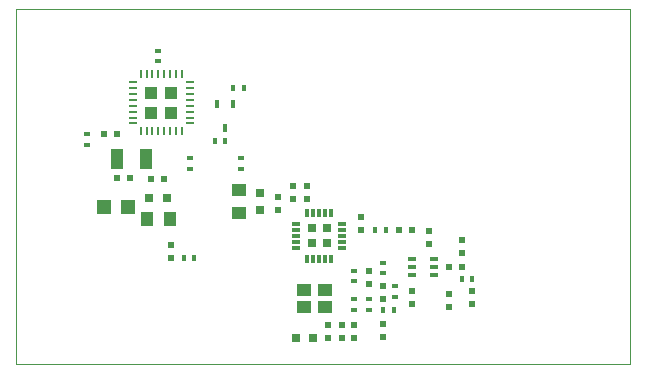
<source format=gbr>
G04 #@! TF.FileFunction,Paste,Top*
%FSLAX46Y46*%
G04 Gerber Fmt 4.6, Leading zero omitted, Abs format (unit mm)*
G04 Created by KiCad (PCBNEW 4.0.2+dfsg1-stable) date mer 23 gen 2019 10:30:30 CET*
%MOMM*%
G01*
G04 APERTURE LIST*
%ADD10C,0.100000*%
%ADD11R,0.600000X0.500000*%
%ADD12R,0.750000X0.800000*%
%ADD13R,0.800000X0.750000*%
%ADD14R,0.500000X0.600000*%
%ADD15R,1.250000X1.000000*%
%ADD16R,1.000000X1.250000*%
%ADD17R,1.198880X1.198880*%
%ADD18R,0.600000X0.400000*%
%ADD19R,0.400000X0.600000*%
%ADD20R,0.457200X0.711200*%
%ADD21R,1.000000X1.800000*%
%ADD22R,0.650000X0.400000*%
%ADD23R,1.150000X1.000000*%
%ADD24R,0.730000X0.300000*%
%ADD25R,0.300000X0.730000*%
%ADD26R,0.750000X0.750000*%
%ADD27R,0.700000X0.250000*%
%ADD28R,0.250000X0.700000*%
%ADD29R,1.035000X1.035000*%
G04 APERTURE END LIST*
D10*
X173697120Y-70957440D02*
X121697120Y-70957440D01*
X173697120Y-100957440D02*
X173697120Y-70957440D01*
X121697120Y-100957440D02*
X173697120Y-100957440D01*
X121697120Y-70957440D02*
X121697120Y-100957440D01*
D11*
X159442240Y-92766960D03*
X158342240Y-92766960D03*
D12*
X142344140Y-87982300D03*
X142344140Y-86482300D03*
D13*
X134487202Y-86963456D03*
X132987202Y-86963456D03*
D14*
X156636720Y-90797280D03*
X156636720Y-89697280D03*
X145186400Y-86997440D03*
X145186400Y-85897440D03*
D13*
X145372960Y-98796920D03*
X146872960Y-98796920D03*
D14*
X146367500Y-87010140D03*
X146367500Y-85910140D03*
X150947120Y-89647840D03*
X150947120Y-88547840D03*
X150324820Y-97718600D03*
X150324820Y-98818600D03*
X149263100Y-97719780D03*
X149263100Y-98819780D03*
X151597360Y-94198340D03*
X151597360Y-93098340D03*
X152778460Y-97601760D03*
X152778460Y-98701760D03*
X152803860Y-95508980D03*
X152803860Y-94408980D03*
X148137880Y-97721140D03*
X148137880Y-98821140D03*
D15*
X140555980Y-88232300D03*
X140555980Y-86232300D03*
D14*
X143855440Y-87993400D03*
X143855440Y-86893400D03*
D11*
X155202980Y-89640220D03*
X154102980Y-89640220D03*
D14*
X158335980Y-95066840D03*
X158335980Y-96166840D03*
X155219400Y-95940780D03*
X155219400Y-94840780D03*
D16*
X134770222Y-88718596D03*
X132770222Y-88718596D03*
D14*
X159440880Y-91629220D03*
X159440880Y-90529220D03*
D11*
X134232682Y-85299756D03*
X133132682Y-85299756D03*
D14*
X160342580Y-94830620D03*
X160342580Y-95930620D03*
D11*
X131349602Y-85284516D03*
X130249602Y-85284516D03*
X129107962Y-81535476D03*
X130207962Y-81535476D03*
D14*
X134823200Y-91991080D03*
X134823200Y-90891080D03*
D17*
X131213860Y-87674260D03*
X129115820Y-87674260D03*
D18*
X150332440Y-93094620D03*
X150332440Y-93994620D03*
D19*
X153001980Y-89647840D03*
X152101980Y-89647840D03*
X160337500Y-93805820D03*
X159437500Y-93805820D03*
X153670840Y-96396620D03*
X152770840Y-96396620D03*
D18*
X151599900Y-96409320D03*
X151599900Y-95509320D03*
X153812240Y-95310340D03*
X153812240Y-94410340D03*
D20*
X140063220Y-78968600D03*
X138742420Y-78968600D03*
X139402820Y-81000600D03*
D21*
X132744382Y-83636056D03*
X130244382Y-83636056D03*
D18*
X152803860Y-93331260D03*
X152803860Y-92431260D03*
D19*
X140072540Y-77655420D03*
X140972540Y-77655420D03*
D18*
X136414362Y-83547156D03*
X136414362Y-84447156D03*
X140790782Y-83556896D03*
X140790782Y-84456896D03*
D19*
X139419602Y-82119676D03*
X138519602Y-82119676D03*
X136802280Y-91982100D03*
X135902280Y-91982100D03*
D18*
X127750422Y-81545216D03*
X127750422Y-82445216D03*
X150334980Y-96409320D03*
X150334980Y-95509320D03*
X133747362Y-75361156D03*
X133747362Y-74461156D03*
D22*
X155216820Y-92132200D03*
X155216820Y-93432200D03*
X157116820Y-92782200D03*
X155216820Y-92782200D03*
X157116820Y-93432200D03*
X157116820Y-92132200D03*
D23*
X147853340Y-94769940D03*
X146103340Y-94769940D03*
X146103340Y-96169940D03*
X147853340Y-96169940D03*
D24*
X149338180Y-91148380D03*
X149338180Y-90648380D03*
X149338180Y-90148380D03*
X149338180Y-89648380D03*
X149338180Y-89148380D03*
D25*
X148373180Y-88183380D03*
X147873180Y-88183380D03*
X147373180Y-88183380D03*
X146873180Y-88183380D03*
X146373180Y-88183380D03*
D24*
X145408180Y-89148380D03*
X145408180Y-89648380D03*
X145408180Y-90148380D03*
X145408180Y-90648380D03*
X145408180Y-91148380D03*
D25*
X146373180Y-92113380D03*
X146873180Y-92113380D03*
X147373180Y-92113380D03*
X147873180Y-92113380D03*
X148373180Y-92113380D03*
D26*
X146748180Y-89523380D03*
X146748180Y-90773380D03*
X147998180Y-89523380D03*
X147998180Y-90773380D03*
D27*
X136397722Y-80635156D03*
X136397722Y-80135156D03*
X136397722Y-79635156D03*
X136397722Y-79135156D03*
X136397722Y-78635156D03*
X136397722Y-78135156D03*
X136397722Y-77635156D03*
X136397722Y-77135156D03*
D28*
X135747722Y-76485156D03*
X135247722Y-76485156D03*
X134747722Y-76485156D03*
X134247722Y-76485156D03*
X133747722Y-76485156D03*
X133247722Y-76485156D03*
X132747722Y-76485156D03*
X132247722Y-76485156D03*
D27*
X131597722Y-77135156D03*
X131597722Y-77635156D03*
X131597722Y-78135156D03*
X131597722Y-78635156D03*
X131597722Y-79135156D03*
X131597722Y-79635156D03*
X131597722Y-80135156D03*
X131597722Y-80635156D03*
D28*
X132247722Y-81285156D03*
X132747722Y-81285156D03*
X133247722Y-81285156D03*
X133747722Y-81285156D03*
X134247722Y-81285156D03*
X134747722Y-81285156D03*
X135247722Y-81285156D03*
X135747722Y-81285156D03*
D29*
X133135222Y-78022656D03*
X133135222Y-79747656D03*
X134860222Y-78022656D03*
X134860222Y-79747656D03*
M02*

</source>
